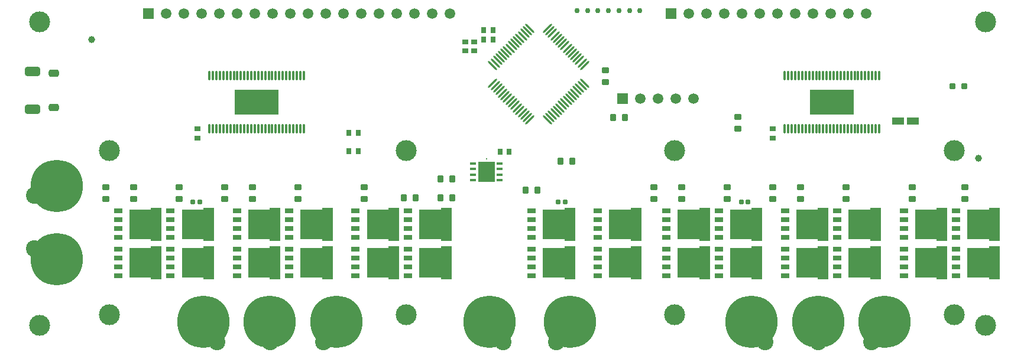
<source format=gbr>
%TF.GenerationSoftware,Altium Limited,Altium Designer,18.1.7 (191)*%
G04 Layer_Color=255*
%FSLAX25Y25*%
%MOIN*%
%TF.FileFunction,Pads,Top*%
%TF.Part,Single*%
G01*
G75*
%TA.AperFunction,SMDPad,CuDef*%
%ADD10C,0.00984*%
%ADD11R,0.06693X0.03937*%
%TA.AperFunction,FiducialPad,Global*%
%ADD12C,0.03937*%
%TA.AperFunction,SMDPad,CuDef*%
%ADD13C,0.03000*%
G04:AMPARAMS|DCode=14|XSize=39.37mil|YSize=35.43mil|CornerRadius=4.43mil|HoleSize=0mil|Usage=FLASHONLY|Rotation=180.000|XOffset=0mil|YOffset=0mil|HoleType=Round|Shape=RoundedRectangle|*
%AMROUNDEDRECTD14*
21,1,0.03937,0.02657,0,0,180.0*
21,1,0.03051,0.03543,0,0,180.0*
1,1,0.00886,-0.01526,0.01329*
1,1,0.00886,0.01526,0.01329*
1,1,0.00886,0.01526,-0.01329*
1,1,0.00886,-0.01526,-0.01329*
%
%ADD14ROUNDEDRECTD14*%
G04:AMPARAMS|DCode=15|XSize=39.37mil|YSize=35.43mil|CornerRadius=4.43mil|HoleSize=0mil|Usage=FLASHONLY|Rotation=270.000|XOffset=0mil|YOffset=0mil|HoleType=Round|Shape=RoundedRectangle|*
%AMROUNDEDRECTD15*
21,1,0.03937,0.02657,0,0,270.0*
21,1,0.03051,0.03543,0,0,270.0*
1,1,0.00886,-0.01329,-0.01526*
1,1,0.00886,-0.01329,0.01526*
1,1,0.00886,0.01329,0.01526*
1,1,0.00886,0.01329,-0.01526*
%
%ADD15ROUNDEDRECTD15*%
%ADD16R,0.03543X0.01181*%
%ADD17R,0.09803X0.11811*%
%ADD18R,0.05906X0.18504*%
%ADD19R,0.04528X0.02756*%
%ADD20R,0.08661X0.16535*%
G04:AMPARAMS|DCode=21|XSize=11.81mil|YSize=70.87mil|CornerRadius=0mil|HoleSize=0mil|Usage=FLASHONLY|Rotation=45.000|XOffset=0mil|YOffset=0mil|HoleType=Round|Shape=Round|*
%AMOVALD21*
21,1,0.05906,0.01181,0.00000,0.00000,135.0*
1,1,0.01181,0.02088,-0.02088*
1,1,0.01181,-0.02088,0.02088*
%
%ADD21OVALD21*%

G04:AMPARAMS|DCode=22|XSize=11.81mil|YSize=70.87mil|CornerRadius=0mil|HoleSize=0mil|Usage=FLASHONLY|Rotation=315.000|XOffset=0mil|YOffset=0mil|HoleType=Round|Shape=Round|*
%AMOVALD22*
21,1,0.05906,0.01181,0.00000,0.00000,45.0*
1,1,0.01181,-0.02088,-0.02088*
1,1,0.01181,0.02088,0.02088*
%
%ADD22OVALD22*%

%ADD23R,0.25000X0.14213*%
%ADD24O,0.01181X0.05512*%
%ADD25R,0.02756X0.03347*%
%ADD26R,0.03347X0.02756*%
G04:AMPARAMS|DCode=27|XSize=23.62mil|YSize=23.62mil|CornerRadius=2.36mil|HoleSize=0mil|Usage=FLASHONLY|Rotation=90.000|XOffset=0mil|YOffset=0mil|HoleType=Round|Shape=RoundedRectangle|*
%AMROUNDEDRECTD27*
21,1,0.02362,0.01890,0,0,90.0*
21,1,0.01890,0.02362,0,0,90.0*
1,1,0.00472,0.00945,0.00945*
1,1,0.00472,0.00945,-0.00945*
1,1,0.00472,-0.00945,-0.00945*
1,1,0.00472,-0.00945,0.00945*
%
%ADD27ROUNDEDRECTD27*%
G04:AMPARAMS|DCode=28|XSize=31.5mil|YSize=31.5mil|CornerRadius=3.94mil|HoleSize=0mil|Usage=FLASHONLY|Rotation=0.000|XOffset=0mil|YOffset=0mil|HoleType=Round|Shape=RoundedRectangle|*
%AMROUNDEDRECTD28*
21,1,0.03150,0.02362,0,0,0.0*
21,1,0.02362,0.03150,0,0,0.0*
1,1,0.00787,0.01181,-0.01181*
1,1,0.00787,-0.01181,-0.01181*
1,1,0.00787,-0.01181,0.01181*
1,1,0.00787,0.01181,0.01181*
%
%ADD28ROUNDEDRECTD28*%
%TA.AperFunction,ComponentPad*%
%ADD37C,0.29528*%
%ADD38C,0.11811*%
G04:AMPARAMS|DCode=39|XSize=51.18mil|YSize=86.61mil|CornerRadius=12.8mil|HoleSize=0mil|Usage=FLASHONLY|Rotation=90.000|XOffset=0mil|YOffset=0mil|HoleType=Round|Shape=RoundedRectangle|*
%AMROUNDEDRECTD39*
21,1,0.05118,0.06102,0,0,90.0*
21,1,0.02559,0.08661,0,0,90.0*
1,1,0.02559,0.03051,0.01280*
1,1,0.02559,0.03051,-0.01280*
1,1,0.02559,-0.03051,-0.01280*
1,1,0.02559,-0.03051,0.01280*
%
%ADD39ROUNDEDRECTD39*%
G04:AMPARAMS|DCode=40|XSize=41.34mil|YSize=57.48mil|CornerRadius=10.34mil|HoleSize=0mil|Usage=FLASHONLY|Rotation=90.000|XOffset=0mil|YOffset=0mil|HoleType=Round|Shape=RoundedRectangle|*
%AMROUNDEDRECTD40*
21,1,0.04134,0.03681,0,0,90.0*
21,1,0.02067,0.05748,0,0,90.0*
1,1,0.02067,0.01841,0.01034*
1,1,0.02067,0.01841,-0.01034*
1,1,0.02067,-0.01841,-0.01034*
1,1,0.02067,-0.01841,0.01034*
%
%ADD40ROUNDEDRECTD40*%
%ADD41C,0.05906*%
%ADD42R,0.05906X0.05906*%
%ADD43C,0.09449*%
D10*
X261811Y109843D02*
D03*
Y107874D02*
D03*
D11*
X502165Y131102D02*
D03*
X493898D02*
D03*
D12*
X539370Y110236D02*
D03*
X39370Y177165D02*
D03*
D13*
X324803Y193307D02*
D03*
X336614D02*
D03*
X330709D02*
D03*
X318898D02*
D03*
X312992D02*
D03*
X342520D02*
D03*
X348425D02*
D03*
D14*
X329134Y152953D02*
D03*
Y159646D02*
D03*
X47244Y93898D02*
D03*
Y87205D02*
D03*
X62992Y93898D02*
D03*
Y87205D02*
D03*
X88582Y93898D02*
D03*
Y87205D02*
D03*
X114173Y93898D02*
D03*
Y87205D02*
D03*
X129921Y93898D02*
D03*
Y87205D02*
D03*
X155512Y93898D02*
D03*
Y87205D02*
D03*
X192913Y93898D02*
D03*
Y87205D02*
D03*
X403543Y126575D02*
D03*
Y133268D02*
D03*
X356299Y93898D02*
D03*
Y87205D02*
D03*
X372047Y87204D02*
D03*
Y93897D02*
D03*
X501968Y87204D02*
D03*
Y93897D02*
D03*
X464567Y87204D02*
D03*
Y93898D02*
D03*
X531496Y87204D02*
D03*
Y93897D02*
D03*
X438976Y87204D02*
D03*
Y93897D02*
D03*
X397638Y87204D02*
D03*
Y93898D02*
D03*
X423228Y93898D02*
D03*
Y87205D02*
D03*
D15*
X339961Y133071D02*
D03*
X333268D02*
D03*
X215157Y87795D02*
D03*
X221850D02*
D03*
X236023Y98425D02*
D03*
X242717D02*
D03*
X236024Y87795D02*
D03*
X242717D02*
D03*
X284055Y92126D02*
D03*
X290748D02*
D03*
X303740Y108268D02*
D03*
X310433D02*
D03*
D16*
X269272Y103937D02*
D03*
Y107087D02*
D03*
Y100787D02*
D03*
Y97638D02*
D03*
X254350Y107087D02*
D03*
Y100787D02*
D03*
Y103937D02*
D03*
Y97638D02*
D03*
D17*
X261811Y102362D02*
D03*
D18*
X239173Y51181D02*
D03*
X105315Y51181D02*
D03*
X75787Y72835D02*
D03*
X142717Y51181D02*
D03*
X172244Y51181D02*
D03*
X209646Y51181D02*
D03*
X239173Y72835D02*
D03*
X142717D02*
D03*
X209646D02*
D03*
X172244D02*
D03*
X75787Y51181D02*
D03*
X105315Y72835D02*
D03*
X481299Y51181D02*
D03*
X481299Y72835D02*
D03*
X518701D02*
D03*
X414370Y51181D02*
D03*
X384842Y51181D02*
D03*
X518701D02*
D03*
X414370Y72835D02*
D03*
X384842D02*
D03*
X346260Y72834D02*
D03*
X346260Y51181D02*
D03*
X308858Y72834D02*
D03*
X548228Y51181D02*
D03*
X451772Y51181D02*
D03*
Y72835D02*
D03*
X308858Y51181D02*
D03*
X548228Y72835D02*
D03*
D19*
X217618Y53681D02*
D03*
Y58681D02*
D03*
Y48681D02*
D03*
Y43681D02*
D03*
X83760Y53681D02*
D03*
Y58681D02*
D03*
Y48681D02*
D03*
Y43681D02*
D03*
X54232Y75335D02*
D03*
Y80335D02*
D03*
Y70335D02*
D03*
Y65335D02*
D03*
X121161Y53681D02*
D03*
Y58681D02*
D03*
Y48681D02*
D03*
Y43681D02*
D03*
X150689Y53681D02*
D03*
Y58681D02*
D03*
Y48681D02*
D03*
Y43681D02*
D03*
X188090Y53681D02*
D03*
Y58681D02*
D03*
Y48681D02*
D03*
Y43681D02*
D03*
X217618Y75335D02*
D03*
Y80335D02*
D03*
Y70335D02*
D03*
Y65335D02*
D03*
X121161Y75335D02*
D03*
Y80335D02*
D03*
Y70335D02*
D03*
Y65335D02*
D03*
X188090Y75335D02*
D03*
Y80335D02*
D03*
Y70335D02*
D03*
Y65335D02*
D03*
X150689Y75335D02*
D03*
Y80335D02*
D03*
Y70335D02*
D03*
Y65335D02*
D03*
X54232Y53681D02*
D03*
Y58681D02*
D03*
Y48681D02*
D03*
Y43681D02*
D03*
X83760Y75335D02*
D03*
Y80335D02*
D03*
Y70335D02*
D03*
Y65335D02*
D03*
X459744Y53681D02*
D03*
Y58681D02*
D03*
Y48681D02*
D03*
Y43681D02*
D03*
X459744Y75335D02*
D03*
Y80335D02*
D03*
Y70335D02*
D03*
Y65335D02*
D03*
X497146Y75335D02*
D03*
Y80335D02*
D03*
Y70335D02*
D03*
Y65335D02*
D03*
X392815Y53681D02*
D03*
Y58681D02*
D03*
Y48681D02*
D03*
Y43681D02*
D03*
X363287Y53681D02*
D03*
Y58681D02*
D03*
Y48681D02*
D03*
Y43681D02*
D03*
X497146Y53681D02*
D03*
Y58681D02*
D03*
Y48681D02*
D03*
Y43681D02*
D03*
X392815Y75335D02*
D03*
Y80335D02*
D03*
Y70335D02*
D03*
Y65335D02*
D03*
X363287Y75335D02*
D03*
Y80335D02*
D03*
Y70335D02*
D03*
Y65335D02*
D03*
X324705Y75335D02*
D03*
Y80335D02*
D03*
Y70335D02*
D03*
Y65334D02*
D03*
X324705Y53681D02*
D03*
Y58681D02*
D03*
Y48681D02*
D03*
Y43681D02*
D03*
X287303Y75335D02*
D03*
Y80335D02*
D03*
Y70335D02*
D03*
Y65334D02*
D03*
X526673Y53681D02*
D03*
Y58681D02*
D03*
Y48681D02*
D03*
Y43681D02*
D03*
X430217Y53681D02*
D03*
Y58681D02*
D03*
Y48681D02*
D03*
Y43681D02*
D03*
Y75335D02*
D03*
Y80335D02*
D03*
Y70335D02*
D03*
Y65335D02*
D03*
X287303Y53681D02*
D03*
Y58681D02*
D03*
Y48681D02*
D03*
Y43681D02*
D03*
X526673Y75335D02*
D03*
Y80335D02*
D03*
Y70335D02*
D03*
Y65335D02*
D03*
D20*
X233661Y51181D02*
D03*
X228346D02*
D03*
X99803Y51181D02*
D03*
X94488D02*
D03*
X70275Y72835D02*
D03*
X64960D02*
D03*
X137205Y51181D02*
D03*
X131890D02*
D03*
X166732Y51181D02*
D03*
X161417D02*
D03*
X204134Y51181D02*
D03*
X198819D02*
D03*
X233661Y72835D02*
D03*
X228346D02*
D03*
X137205D02*
D03*
X131890D02*
D03*
X204134D02*
D03*
X198819D02*
D03*
X166732D02*
D03*
X161417D02*
D03*
X70275Y51181D02*
D03*
X64960D02*
D03*
X99803Y72835D02*
D03*
X94488D02*
D03*
X475787Y51181D02*
D03*
X470472D02*
D03*
X475787Y72835D02*
D03*
X470472D02*
D03*
X513189D02*
D03*
X507874D02*
D03*
X408858Y51181D02*
D03*
X403543D02*
D03*
X379331Y51181D02*
D03*
X374016D02*
D03*
X513189D02*
D03*
X507874D02*
D03*
X408858Y72835D02*
D03*
X403543D02*
D03*
X379331D02*
D03*
X374016D02*
D03*
X340748Y72834D02*
D03*
X335433D02*
D03*
X340748Y51181D02*
D03*
X335433D02*
D03*
X303346Y72834D02*
D03*
X298031D02*
D03*
X542717Y51181D02*
D03*
X537401D02*
D03*
X446260Y51181D02*
D03*
X440945D02*
D03*
X446260Y72835D02*
D03*
X440945D02*
D03*
X303346Y51181D02*
D03*
X298031D02*
D03*
X542717Y72835D02*
D03*
X537401D02*
D03*
D21*
X308877Y144118D02*
D03*
X306093Y141334D02*
D03*
X296350Y131590D02*
D03*
X299133Y134374D02*
D03*
X317229Y152469D02*
D03*
X314445Y149685D02*
D03*
X315837Y151077D02*
D03*
X273800Y170843D02*
D03*
X272408Y169451D02*
D03*
X277976Y175019D02*
D03*
X266840Y163883D02*
D03*
X265448Y162491D02*
D03*
X271016Y168059D02*
D03*
X268232Y165275D02*
D03*
X269624Y166667D02*
D03*
X283544Y180587D02*
D03*
X286328Y183370D02*
D03*
X284936Y181978D02*
D03*
X282152Y179195D02*
D03*
X279368Y176411D02*
D03*
X280760Y177803D02*
D03*
X307485Y142726D02*
D03*
X297742Y132982D02*
D03*
X310269Y145510D02*
D03*
X300525Y135766D02*
D03*
X304701Y139942D02*
D03*
X303309Y138550D02*
D03*
X301917Y137158D02*
D03*
X313053Y148294D02*
D03*
X311661Y146902D02*
D03*
X275192Y172235D02*
D03*
X276584Y173627D02*
D03*
D22*
X286328Y131590D02*
D03*
X284936Y132982D02*
D03*
X283544Y134374D02*
D03*
X282152Y135766D02*
D03*
X280760Y137158D02*
D03*
X279368Y138550D02*
D03*
X277976Y139942D02*
D03*
X276584Y141334D02*
D03*
X275192Y142726D02*
D03*
X273800Y144118D02*
D03*
X272408Y145510D02*
D03*
X271016Y146902D02*
D03*
X269624Y148293D02*
D03*
X268232Y149685D02*
D03*
X266840Y151077D02*
D03*
X265448Y152469D02*
D03*
X317229Y162491D02*
D03*
X307485Y172235D02*
D03*
X306093Y173627D02*
D03*
X304701Y175019D02*
D03*
X303309Y176410D02*
D03*
X301917Y177803D02*
D03*
X300525Y179195D02*
D03*
X299133Y180587D02*
D03*
X297742Y181978D02*
D03*
X296350Y183370D02*
D03*
X315837Y163883D02*
D03*
X311661Y168059D02*
D03*
X310269Y169451D02*
D03*
X308877Y170843D02*
D03*
X313053Y166667D02*
D03*
X314445Y165275D02*
D03*
D23*
X456693Y141732D02*
D03*
X132283D02*
D03*
D24*
X430118Y126772D02*
D03*
X432087D02*
D03*
X434055D02*
D03*
X436024D02*
D03*
X437992D02*
D03*
X439960D02*
D03*
X441929D02*
D03*
X443898D02*
D03*
X445866D02*
D03*
X447835D02*
D03*
X449803D02*
D03*
X451772D02*
D03*
X453740D02*
D03*
X455709D02*
D03*
X457677D02*
D03*
X459646D02*
D03*
X461614D02*
D03*
X463583D02*
D03*
X465551D02*
D03*
X467520D02*
D03*
X469488D02*
D03*
X471457D02*
D03*
X473425D02*
D03*
X475394D02*
D03*
X477362D02*
D03*
X479331D02*
D03*
X481299D02*
D03*
X483268D02*
D03*
X430118Y156693D02*
D03*
X432087D02*
D03*
X434055D02*
D03*
X436024D02*
D03*
X437992D02*
D03*
X439960D02*
D03*
X441929D02*
D03*
X443898D02*
D03*
X445866D02*
D03*
X447835D02*
D03*
X449803D02*
D03*
X451772D02*
D03*
X453740D02*
D03*
X455709D02*
D03*
X457677D02*
D03*
X459646D02*
D03*
X461614D02*
D03*
X463583D02*
D03*
X465551D02*
D03*
X467520D02*
D03*
X469488D02*
D03*
X471457D02*
D03*
X473425D02*
D03*
X475394D02*
D03*
X477362D02*
D03*
X479331D02*
D03*
X481299D02*
D03*
X483268D02*
D03*
X105709Y126772D02*
D03*
X107677D02*
D03*
X109646D02*
D03*
X111614D02*
D03*
X113583D02*
D03*
X115551D02*
D03*
X117520D02*
D03*
X119488D02*
D03*
X121457D02*
D03*
X123425D02*
D03*
X125394D02*
D03*
X127362D02*
D03*
X129331D02*
D03*
X131299D02*
D03*
X133268D02*
D03*
X135236D02*
D03*
X137205D02*
D03*
X139173D02*
D03*
X141142D02*
D03*
X143110D02*
D03*
X145079D02*
D03*
X147047D02*
D03*
X149016D02*
D03*
X150984D02*
D03*
X152953D02*
D03*
X154921D02*
D03*
X156890D02*
D03*
X158858D02*
D03*
X105709Y156693D02*
D03*
X107677D02*
D03*
X109646D02*
D03*
X111614D02*
D03*
X113583D02*
D03*
X115551D02*
D03*
X129331D02*
D03*
X131299D02*
D03*
X133268D02*
D03*
X135236D02*
D03*
X137205D02*
D03*
X147047D02*
D03*
X150984D02*
D03*
X152953D02*
D03*
X154921D02*
D03*
X156890D02*
D03*
X158858D02*
D03*
X127362D02*
D03*
X121457D02*
D03*
X119488D02*
D03*
X117520D02*
D03*
X123425D02*
D03*
X125394D02*
D03*
X141142D02*
D03*
X139173D02*
D03*
X143110D02*
D03*
X145079D02*
D03*
X149016D02*
D03*
D25*
X265551Y182283D02*
D03*
X260433D02*
D03*
X265551Y177165D02*
D03*
X260433D02*
D03*
X269488Y113779D02*
D03*
X274606D02*
D03*
X184449Y114173D02*
D03*
X189567D02*
D03*
Y124409D02*
D03*
X184449D02*
D03*
D26*
X423228Y121457D02*
D03*
Y126575D02*
D03*
X255118Y170669D02*
D03*
Y175787D02*
D03*
X250000Y170669D02*
D03*
Y175787D02*
D03*
X98819Y121457D02*
D03*
Y126575D02*
D03*
D27*
X405512Y85433D02*
D03*
X409449D02*
D03*
X96457D02*
D03*
X100394D02*
D03*
X306299D02*
D03*
X302362D02*
D03*
D28*
X524606Y150787D02*
D03*
X531299D02*
D03*
D37*
X139764Y17717D02*
D03*
X102362D02*
D03*
X177165D02*
D03*
X486221D02*
D03*
X263779Y17717D02*
D03*
X411417Y17717D02*
D03*
X448819D02*
D03*
X309055Y17717D02*
D03*
X19685Y94488D02*
D03*
X19685Y53150D02*
D03*
D38*
X216535Y114567D02*
D03*
X49213D02*
D03*
X9843Y15748D02*
D03*
X216535Y21654D02*
D03*
X525591Y114567D02*
D03*
X543307Y187008D02*
D03*
X525591Y21654D02*
D03*
X49213D02*
D03*
X9843Y187008D02*
D03*
X368110Y114567D02*
D03*
Y21654D02*
D03*
X543307Y15748D02*
D03*
D39*
X5906Y137697D02*
D03*
Y159154D02*
D03*
D40*
X17815Y138878D02*
D03*
Y157972D02*
D03*
D41*
X378583Y143701D02*
D03*
X368583D02*
D03*
X358583D02*
D03*
X348583D02*
D03*
X81260Y191732D02*
D03*
X91260D02*
D03*
X101260D02*
D03*
X111260D02*
D03*
X121260D02*
D03*
X131260D02*
D03*
X141260D02*
D03*
X151260D02*
D03*
X161260D02*
D03*
X171260D02*
D03*
X181260D02*
D03*
X191260D02*
D03*
X201260D02*
D03*
X211260D02*
D03*
X221260D02*
D03*
X231260D02*
D03*
X241260D02*
D03*
X376142D02*
D03*
X386142D02*
D03*
X396142D02*
D03*
X406142D02*
D03*
X416142D02*
D03*
X426142D02*
D03*
X436142D02*
D03*
X446142D02*
D03*
X456142D02*
D03*
X466142D02*
D03*
X476142D02*
D03*
D42*
X338583Y143701D02*
D03*
X71260Y191732D02*
D03*
X366142D02*
D03*
D43*
X418898Y6299D02*
D03*
X448898D02*
D03*
X478898D02*
D03*
X109843D02*
D03*
X139842D02*
D03*
X169843D02*
D03*
X7087Y58976D02*
D03*
Y88976D02*
D03*
X301260Y6299D02*
D03*
X271260D02*
D03*
%TF.MD5,4dd031f589c83fbebffe51c3c9a74bf1*%
M02*

</source>
